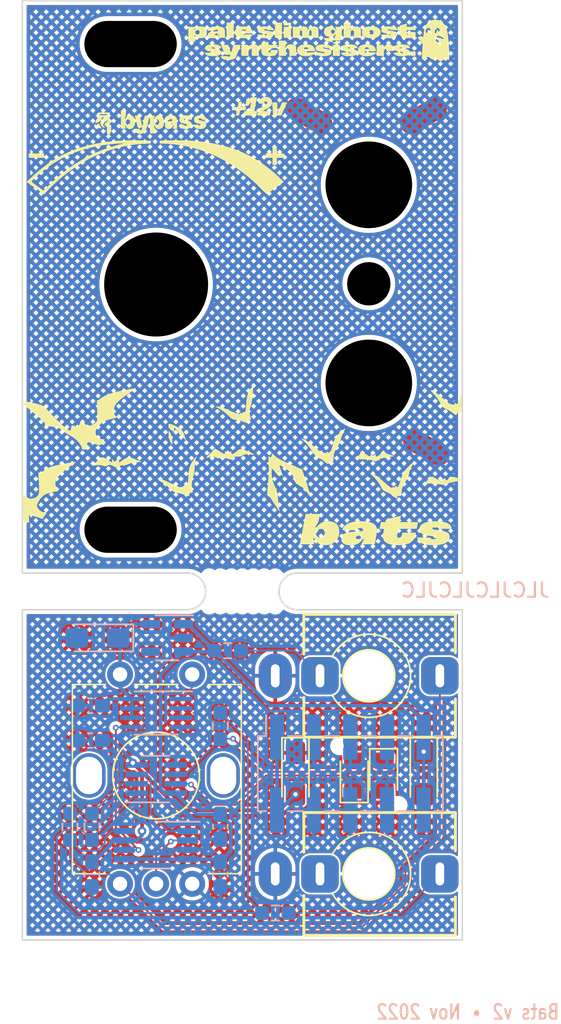
<source format=kicad_pcb>
(kicad_pcb (version 20211014) (generator pcbnew)
  (layers (0 "F.Cu" signal) (31 "B.Cu" signal) (34 "B.Paste" user) (35 "F.Paste" user) (36 "B.SilkS" user "B.Silkscreen") (37 "F.SilkS" user "F.Silkscreen") (38 "B.Mask" user) (39 "F.Mask" user) (44 "Edge.Cuts" user))
  (net 0 "")
  (net 1 "+12V")
  (net 2 "GND")
  (net 3 "+3.3V")
  (net 4 "-12V")
  (net 5 "Net-(J2-PadT)")
  (net 6 "Net-(J2-PadTN)")
  (net 7 "Net-(J3-PadT)")
  (net 9 "Net-(R1-Pad1)")
  (net 10 "Net-(R1-Pad2)")
  (net 11 "Net-(D1-Pad1)")
  (net 12 "Net-(RV1-Pad2)")
  (net 13 "Net-(RV1-PadS2)")
  (net 14 "Net-(U1-Pad3)")
  (net 15 "switch")
  (net 16 "Net-(U3-Pad2)")
  (net 18 "Net-(D1-Pad2)")
  (footprint "Pale Slim Ghost:hole 6mm (jack panel)" (layer "F.Cu") (at 142.876 44.83725)
    (fp_text reference "H4" hide)
    (fp_text value "MountingHole" hide)
    (pad "" np_thru_hole circle (at 0.126 0) (size 6 6) (drill 6) (layers *.Mask))
  )
  (footprint "Capacitor_Tantalum_SMD:CP_EIA-3216-18_Kemet-A_Pad1.58x1.35mm_HandSolder" (layer "F.Cu") (at 146.812 71.882 -90)
    (fp_text reference "C3" hide)
    (fp_text value "10u")
    (pad "1" smd roundrect (at -1.4375 0 270) (size 1.575 1.35) (layers "F.Cu" "F.Paste" "F.Mask") (roundrect_rratio 0.1851851852) (net 1 "+12V"))
    (pad "2" smd roundrect (at 1.4375 0 270) (size 1.575 1.35) (layers "F.Cu" "F.Paste" "F.Mask") (roundrect_rratio 0.1851851852) (net 2 "GND"))
  )
  (footprint "Capacitor_Tantalum_SMD:CP_EIA-3216-18_Kemet-A_Pad1.58x1.35mm_HandSolder" (layer "F.Cu") (at 137.922 71.882 -90)
    (fp_text reference "C7" hide)
    (fp_text value "10u")
    (pad "1" smd roundrect (at -1.4375 0 270) (size 1.575 1.35) (layers "F.Cu" "F.Paste" "F.Mask") (roundrect_rratio 0.1851851852) (net 2 "GND"))
    (pad "2" smd roundrect (at 1.4375 0 270) (size 1.575 1.35) (layers "F.Cu" "F.Paste" "F.Mask") (roundrect_rratio 0.1851851852) (net 4 "-12V"))
  )
  (footprint "Pale Slim Ghost:Jack_3.5mm_QingPu_WQP-PJ398SM_Vertical" (layer "F.Cu") (at 143.002 65.112 -90)
    (fp_text reference "J2" hide)
    (fp_text value "AudioJack2_SwitchT")
    (pad "" np_thru_hole circle (at 0 0 270) (size 3 3) (drill 3) (layers F&B.Cu *.Mask))
    (pad "S" thru_hole oval (at 0 6.48 270) (size 3.1 2.3) (drill oval 1.6 0.6) (layers *.Cu *.Mask) (net 2 "GND"))
    (pad "T" thru_hole roundrect (at 0 -4.92 270) (size 2.6 2.6) (drill oval 1.6 0.6) (layers *.Cu *.Mask) (net 5 "Net-(J2-PadT)"))
    (pad "TN" thru_hole roundrect (at 0 3.38 270) (size 2.6 2.6) (drill oval 1.6 0.6) (layers *.Cu *.Mask) (net 6 "Net-(J2-PadTN)"))
  )
  (footprint "Pale Slim Ghost:hole 6.5mm (potentiometer panel)" (layer "F.Cu") (at 128.778 37.97925)
    (fp_text reference "H5" hide)
    (fp_text value "MountingHole" hide)
    (pad "" np_thru_hole circle (at -0.508 0.04525) (size 7.2 7.2) (drill 7.2) (layers *.Mask))
  )
  (footprint "Pale Slim Ghost:mousebite-2.54x5.08mm" (layer "F.Cu") (at 134.24 59.27)
    (fp_text reference "B1" hide)
    (fp_text value "Mousebite" hide)
    (fp_arc (start -3.81 -1.27) (mid -2.54 0) (end -3.81 1.27) (layer "Edge.Cuts") (width 0.12))
    (fp_arc (start 3.81 1.27) (mid 2.54 0) (end 3.81 -1.27) (layer "Edge.Cuts") (width 0.12))
    (pad "" np_thru_hole circle locked (at 0.762 1.016) (size 0.508 0.508) (drill 0.508) (layers F&B.Cu *.Mask))
    (pad "" np_thru_hole circle locked (at -0.762 -1.016) (size 0.508 0.508) (drill 0.508) (layers F&B.Cu *.Mask))
    (pad "" np_thru_hole circle locked (at 0 1.016) (size 0.508 0.508) (drill 0.508) (layers F&B.Cu *.Mask))
    (pad "" np_thru_hole circle locked (at 1.524 1.016) (size 0.508 0.508) (drill 0.508) (layers F&B.Cu *.Mask))
    (pad "" np_thru_hole circle locked (at 2.286 1.016) (size 0.508 0.508) (drill 0.508) (layers F&B.Cu *.Mask))
    (pad "" np_thru_hole circle locked (at 0 -1.016) (size 0.508 0.508) (drill 0.508) (layers F&B.Cu *.Mask))
    (pad "" np_thru_hole circle locked (at -1.524 -1.016) (size 0.508 0.508) (drill 0.508) (layers F&B.Cu *.Mask))
    (pad "" np_thru_hole circle locked (at -1.524 1.016) (size 0.508 0.508) (drill 0.508) (layers F&B.Cu *.Mask))
    (pad "" np_thru_hole circle locked (at 0.762 -1.016) (size 0.508 0.508) (drill 0.508) (layers F&B.Cu *.Mask))
    (pad "" np_thru_hole circle locked (at 1.524 -1.016) (size 0.508 0.508) (drill 0.508) (layers F&B.Cu *.Mask))
    (pad "" np_thru_hole circle locked (at -2.286 1.016) (size 0.508 0.508) (drill 0.508) (layers F&B.Cu *.Mask))
    (pad "" np_thru_hole circle locked (at -2.286 -1.016) (size 0.508 0.508) (drill 0.508) (layers F&B.Cu *.Mask))
    (pad "" np_thru_hole circle locked (at 2.286 -1.016) (size 0.508 0.508) (drill 0.508) (layers F&B.Cu *.Mask))
    (pad "" np_thru_hole circle locked (at -0.762 1.016) (size 0.508 0.508) (drill 0.508) (layers F&B.Cu *.Mask))
  )
  (footprint "Pale Slim Ghost:PRS11R Momentary Switch Potentiometer" (layer "F.Cu") (at 128.27 72.01525)
    (fp_text reference "RV1" hide)
    (fp_text value "R_Potentiometer_PushSwitch")
    (pad "" thru_hole oval (at 4.65 0) (size 2.3 3.1) (drill oval 1.8 2.6) (layers *.Cu *.Mask))
    (pad "" thru_hole oval (at -4.65 0) (size 2.3 3.1) (drill oval 1.8 2.6) (layers *.Cu *.Mask))
    (pad "1" thru_hole circle (at -2.5 7.5) (size 1.8 1.8) (drill 1) (layers *.Cu *.Mask) (net 5 "Net-(J2-PadT)"))
    (pad "2" thru_hole circle (at 0 7.5) (size 1.8 1.8) (drill 1) (layers *.Cu *.Mask) (net 12 "Net-(RV1-Pad2)"))
    (pad "3" thru_hole circle (at 2.5 7.5) (size 1.8 1.8) (drill 1) (layers *.Cu *.Mask) (net 2 "GND"))
    (pad "S1" thru_hole circle (at -2.5 -7) (size 1.8 1.8) (drill 1) (layers *.Cu *.Mask) (net 3 "+3.3V"))
    (pad "S2" thru_hole circle (at 2.5 -7) (size 1.8 1.8) (drill 1) (layers *.Cu *.Mask) (net 13 "Net-(RV1-PadS2)"))
  )
  (footprint "LOGO" (layer "F.Cu") (at 134.200112 38.095)
    (fp_text reference "G2" hide)
    (fp_text value "LOGO" hide)
  )
  (footprint "Pale Slim Ghost:eurorack panel mounting slot" (layer "F.Cu") (at 126.5 55)
    (fp_text reference "H1" hide)
    (fp_text value "MountingHole" hide)
    (pad "" np_thru_hole oval (at 0 0) (size 6.4 3.2) (drill oval 6.4 3.2) (layers *.Mask))
  )
  (footprint "Pale Slim Ghost:VBL Lightpipe" (layer "F.Cu") (at 143.002 72.017)
    (fp_text reference "L1" hide)
    (fp_text value "LED_Lightpipe")
    (pad "" np_thru_hole circle (at -2.04 -2.04) (size 0.61 0.61) (drill 0.61) (layers F&B.Cu *.Mask))
    (pad "" np_thru_hole circle (at 2.05 2.05) (size 0.61 0.61) (drill 0.61) (layers F&B.Cu *.Mask))
  )
  (footprint "LED_SMD:LED_0805_2012Metric_Pad1.15x1.40mm_HandSolder" (layer "F.Cu") (at 144.026 72.025 -90)
    (fp_text reference "D1" hide)
    (fp_text value "blue")
    (pad "1" smd roundrect (at -1.025 0 270) (size 1.15 1.4) (layers "F.Cu" "F.Paste" "F.Mask") (roundrect_rratio 0.2173913043) (net 11 "Net-(D1-Pad1)"))
    (pad "2" smd roundrect (at 1.025 0 270) (size 1.15 1.4) (layers "F.Cu" "F.Paste" "F.Mask") (roundrect_rratio 0.2173913043) (net 18 "Net-(D1-Pad2)"))
  )
  (footprint "Pale Slim Ghost:eurorack panel mounting slot" (layer "F.Cu") (at 126.5 21.376)
    (fp_text reference "H2" hide)
    (fp_text value "MountingHole" hide)
    (pad "" np_thru_hole oval (at 0 0) (size 6.4 3.2) (drill oval 6.4 3.2) (layers *.Mask))
  )
  (footprint "Pale Slim Ghost:hole 3mm (below jack)" (layer "F.Cu") (at 143.002 37.973)
    (fp_text reference "H6" hide)
    (fp_text value "MountingHole" hide)
    (pad "" np_thru_hole circle (at 0 0) (size 3 3) (drill 3) (layers *.Mask))
  )
  (footprint "Pale Slim Ghost:Jack_3.5mm_QingPu_WQP-PJ398SM_Vertical" (layer "F.Cu") (at 143.002 78.828 -90)
    (fp_text reference "J3" hide)
    (fp_text value "AudioJack2_SwitchT")
    (pad "" np_thru_hole circle (at 0 0 270) (size 3 3) (drill 3) (layers F&B.Cu *.Mask))
    (pad "S" thru_hole oval (at 0 6.48 270) (size 3.1 2.3) (drill oval 1.6 0.6) (layers *.Cu *.Mask) (net 2 "GND"))
    (pad "T" thru_hole roundrect (at 0 -4.92 270) (size 2.6 2.6) (drill oval 1.6 0.6) (layers *.Cu *.Mask) (net 7 "Net-(J3-PadT)"))
    (pad "TN" thru_hole roundrect (at 0 3.38 270) (size 2.6 2.6) (drill oval 1.6 0.6) (layers *.Cu *.Mask))
  )
  (footprint "Pale Slim Ghost:hole 6mm (jack panel)" (layer "F.Cu") (at 142.876 31.12125)
    (fp_text reference "H3" hide)
    (fp_text value "MountingHole" hide)
    (pad "" np_thru_hole circle (at 0.126 0) (size 6 6) (drill 6) (layers *.Mask))
  )
  (footprint "LED_SMD:LED_0805_2012Metric_Pad1.15x1.40mm_HandSolder" (layer "F.Cu") (at 141.994 72.025 90)
    (fp_text reference "D2" hide)
    (fp_text value "red")
    (pad "1" smd roundrect (at -1.025 0 90) (size 1.15 1.4) (layers "F.Cu" "F.Paste" "F.Mask") (roundrect_rratio 0.2173913043) (net 18 "Net-(D1-Pad2)"))
    (pad "2" smd roundrect (at 1.025 0 90) (size 1.15 1.4) (layers "F.Cu" "F.Paste" "F.Mask") (roundrect_rratio 0.2173913043) (net 11 "Net-(D1-Pad1)"))
  )
  (footprint "LOGO" (layer "F.Cu") (at 134.239 38.1)
    (fp_text reference "G1" hide)
    (fp_text value "LOGO" hide)
    (pad "" smd oval (at 4.6 -11.75 330) (size 3.5 1.524) (layers "F.Cu"))
    (pad "" smd oval (at 12.55 -11.75 30) (size 3.5 1.524) (layers "F.Cu"))
    (pad "" smd oval (at 12.75 11.2 150) (size 3.5 1.524) (layers "F.Cu"))
  )
  (footprint "Capacitor_Tantalum_SMD:CP_EIA-3216-18_Kemet-A_Pad1.58x1.35mm_HandSolder" (layer "B.Cu") (at 124.206 62.484 180)
    (fp_text reference "C8" hide)
    (fp_text value "1u tant")
    (pad "1" smd roundrect (at -1.4375 0 180) (size 1.575 1.35) (layers "B.Cu" "B.Paste" "B.Mask") (roundrect_rratio 0.1851851852) (net 3 "+3.3V"))
    (pad "2" smd roundrect (at 1.4375 0 180) (size 1.575 1.35) (layers "B.Cu" "B.Paste" "B.Mask") (roundrect_rratio 0.1851851852) (net 2 "GND"))
  )
  (footprint "Capacitor_SMD:C_0603_1608Metric_Pad1.08x0.95mm_HandSolder" (layer "B.Cu") (at 123.698 67.183 180)
    (fp_text reference "C4" hide)
    (fp_text value "100n")
    (pad "1" smd roundrect (at -0.8625 0 180) (size 1.075 0.95) (layers "B.Cu" "B.Paste" "B.Mask") (net 3 "+3.3V"))
    (pad "2" smd roundrect (at 0.8625 0 180) (size 1.075 0.95) (layers "B.Cu" "B.Paste" "B.Mask") (net 2 "GND"))
  )
  (footprint "Package_SO:VSSOP-8_3.0x3.0mm_P0.65mm" (layer "B.Cu") (at 128.27 76.835 180)
    (fp_text reference "U2" hide)
    (fp_text value "TMUX6219")
    (pad "1" smd rect (at -2.2 0.975 270) (size 0.45 1.45) (layers "B.Cu" "B.Paste" "B.Mask") (net 14 "Net-(U1-Pad3)"))
    (pad "2" smd rect (at -2.2 0.325 270) (size 0.45 1.45) (layers "B.Cu" "B.Paste" "B.Mask") (net 12 "Net-(RV1-Pad2)"))
    (pad "3" smd rect (at -2.2 -0.325 270) (size 0.45 1.45) (layers "B.Cu" "B.Paste" "B.Mask") (net 2 "GND"))
    (pad "4" smd rect (at -2.2 -0.975 270) (size 0.45 1.45) (layers "B.Cu" "B.Paste" "B.Mask") (net 1 "+12V"))
    (pad "5" smd rect (at 2.2 -0.975 270) (size 0.45 1.45) (layers "B.Cu" "B.Paste" "B.Mask") (net 1 "+12V"))
    (pad "6" smd rect (at 2.2 -0.325 270) (size 0.45 1.45) (layers "B.Cu" "B.Paste" "B.Mask") (net 15 "switch"))
    (pad "7" smd rect (at 2.2 0.325 270) (size 0.45 1.45) (layers "B.Cu" "B.Paste" "B.Mask") (net 4 "-12V"))
    (pad "8" smd rect (at 2.2 0.975 270) (size 0.45 1.45) (layers "B.Cu" "B.Paste" "B.Mask") (net 5 "Net-(J2-PadT)"))
  )
  (footprint "Capacitor_SMD:C_0603_1608Metric_Pad1.08x0.95mm_HandSolder" (layer "B.Cu") (at 123.825 78.867 90)
    (fp_text reference "C5" hide)
    (fp_text value "100n")
    (pad "1" smd roundrect (at -0.8625 0 90) (size 1.075 0.95) (layers "B.Cu" "B.Paste" "B.Mask") (net 2 "GND"))
    (pad "2" smd roundrect (at 0.8625 0 90) (size 1.075 0.95) (layers "B.Cu" "B.Paste" "B.Mask") (net 4 "-12V"))
  )
  (footprint "Connector_PinHeader_2.54mm:PinHeader_2x05_P2.54mm_Vertical_SMD" (layer "B.Cu") (at 141.724 71.882 -90)
    (fp_text reference "J1" hide)
    (fp_text value "Conn_02x05_Odd_Even")
    (pad "1" smd rect (at -2.525 5.08 270) (size 3.15 1) (layers "B.Cu" "B.Paste" "B.Mask") (net 4 "-12V"))
    (pad "2" smd rect (at 2.525 5.08 270) (size 3.15 1) (layers "B.Cu" "B.Paste" "B.Mask") (net 4 "-12V"))
    (pad "3" smd rect (at -2.525 2.54 270) (size 3.15 1) (layers "B.Cu" "B.Paste" "B.Mask") (net 2 "GND"))
    (pad "4" smd rect (at 2.525 2.54 270) (size 3.15 1) (layers "B.Cu" "B.Paste" "B.Mask") (net 2 "GND"))
    (pad "5" smd rect (at -2.525 0 270) (size 3.15 1) (layers "B.Cu" "B.Paste" "B.Mask") (net 2 "GND"))
    (pad "6" smd rect (at 2.525 0 270) (size 3.15 1) (layers "B.Cu" "B.Paste" "B.Mask") (net 2 "GND"))
    (pad "7" smd rect (at -2.525 -2.54 270) (size 3.15 1) (layers "B.Cu" "B.Paste" "B.Mask") (net 2 "GND"))
    (pad "8" smd rect (at 2.525 -2.54 270) (size 3.15 1) (layers "B.Cu" "B.Paste" "B.Mask") (net 2 "GND"))
    (pad "9" smd rect (at -2.525 -5.08 270) (size 3.15 1) (layers "B.Cu" "B.Paste" "B.Mask") (net 1 "+12V"))
    (pad "10" smd rect (at 2.525 -5.08 270) (size 3.15 1) (layers "B.Cu" "B.Paste" "B.Mask") (net 1 "+12V"))
  )
  (footprint "Resistor_SMD:R_0603_1608Metric_Pad0.98x0.95mm_HandSolder" (layer "B.Cu") (at 132.715 68.58 90)
    (fp_text reference "R5" hide)
    (fp_text value "560")
    (pad "1" smd roundrect (at -0.9125 0 90) (size 0.975 0.95) (layers "B.Cu" "B.Paste" "B.Mask") (net 11 "Net-(D1-Pad1)"))
    (pad "2" smd roundrect (at 0.9125 0 90) (size 0.975 0.95) (layers "B.Cu" "B.Paste" "B.Mask") (net 10 "Net-(R1-Pad2)"))
  )
  (footprint "Package_TO_SOT_SMD:SOT-23-5" (layer "B.Cu") (at 129.032 62.484 180)
    (fp_text reference "U4" hide)
    (fp_text value "MIC5219-3.3YM5")
    (pad "1" smd roundrect (at -1.1375 0.95 180) (size 1.325 0.6) (layers "B.Cu" "B.Paste" "B.Mask") (net 1 "+12V"))
    (pad "2" smd roundrect (at -1.1375 0 180) (size 1.325 0.6) (layers "B.Cu" "B.Paste" "B.Mask") (net 2 "GND"))
    (pad "3" smd roundrect (at -1.1375 -0.95 180) (size 1.325 0.6) (layers "B.Cu" "B.Paste" "B.Mask") (net 1 "+12V"))
    (pad "4" smd roundrect (at 1.1375 -0.95 180) (size 1.325 0.6) (layers "B.Cu" "B.Paste" "B.Mask"))
    (pad "5" smd roundrect (at 1.1375 0.95 180) (size 1.325 0.6) (layers "B.Cu" "B.Paste" "B.Mask") (net 3 "+3.3V"))
  )
  (footprint "Resistor_SMD:R_0603_1608Metric_Pad0.98x0.95mm_HandSolder" (layer "B.Cu") (at 122.301 75.565 90)
    (fp_text reference "R2" hide)
    (fp_text value "20k")
    (pad "1" smd roundrect (at -0.9125 0 90) (size 0.975 0.95) (layers "B.Cu" "B.Paste" "B.Mask") (net 5 "Net-(J2-PadT)"))
    (pad "2" smd roundrect (at 0.9125 0 90) (size 0.975 0.95) (layers "B.Cu" "B.Paste" "B.Mask") (net 9 "Net-(R1-Pad1)"))
  )
  (footprint "Capacitor_SMD:C_0603_1608Metric_Pad1.08x0.95mm_HandSolder" (layer "B.Cu") (at 132.715 78.867 -90)
    (fp_text reference "C1" hide)
    (fp_text value "100n")
    (pad "1" smd roundrect (at -0.8625 0 270) (size 1.075 0.95) (layers "B.Cu" "B.Paste" "B.Mask") (net 1 "+12V"))
    (pad "2" smd roundrect (at 0.8625 0 270) (size 1.075 0.95) (layers "B.Cu" "B.Paste" "B.Mask") (net 2 "GND"))
  )
  (footprint "Resistor_SMD:R_0603_1608Metric_Pad0.98x0.95mm_HandSolder" (layer "B.Cu") (at 123.825 75.565 -90)
    (fp_text reference "R1" hide)
    (fp_text value "20k")
    (pad "1" smd roundrect (at -0.9125 0 270) (size 0.975 0.95) (layers "B.Cu" "B.Paste" "B.Mask") (net 9 "Net-(R1-Pad1)"))
    (pad "2" smd roundrect (at 0.9125 0 270) (size 0.975 0.95) (layers "B.Cu" "B.Paste" "B.Mask") (net 10 "Net-(R1-Pad2)"))
  )
  (footprint "Capacitor_SMD:C_0603_1608Metric_Pad1.08x0.95mm_HandSolder" (layer "B.Cu") (at 132.715 75.565 -90)
    (fp_text reference "C2" hide)
    (fp_text value "100n")
    (pad "1" smd roundrect (at -0.8625 0 270) (size 1.075 0.95) (layers "B.Cu" "B.Paste" "B.Mask") (net 1 "+12V"))
    (pad "2" smd roundrect (at 0.8625 0 270) (size 1.075 0.95) (layers "B.Cu" "B.Paste" "B.Mask") (net 2 "GND"))
  )
  (footprint "Resistor_SMD:R_0603_1608Metric_Pad0.98x0.95mm_HandSolder" (layer "B.Cu") (at 133.223 63.373)
    (fp_text reference "R4" hide)
    (fp_text value "10k")
    (pad "1" smd roundrect (at -0.9125 0) (size 0.975 0.95) (layers "B.Cu" "B.Paste" "B.Mask") (net 1 "+12V"))
    (pad "2" smd roundrect (at 0.9125 0) (size 0.975 0.95) (layers "B.Cu" "B.Paste" "B.Mask") (net 6 "Net-(J2-PadTN)"))
  )
  (footprint "Package_SO:SSOP-8_2.95x2.8mm_P0.65mm" (layer "B.Cu") (at 128.27 67.691 180)
    (fp_text reference "U3" hide)
    (fp_text value "74LVC1G74")
    (pad "1" smd rect (at -1.7 0.975 270) (size 0.3 1.6) (layers "B.Cu" "B.Paste" "B.Mask") (net 13 "Net-(RV1-PadS2)"))
    (pad "2" smd rect (at -1.7 0.325 270) (size 0.3 1.6) (layers "B.Cu" "B.Paste" "B.Mask") (net 16 "Net-(U3-Pad2)"))
    (pad "3" smd rect (at -1.7 -0.325 270) (size 0.3 1.6) (layers "B.Cu" "B.Paste" "B.Mask") (net 16 "Net-(U3-Pad2)"))
    (pad "4" smd rect (at -1.7 -0.975 270) (size 0.3 1.6) (layers "B.Cu" "B.Paste" "B.Mask") (net 2 "GND"))
    (pad "5" smd rect (at 1.7 -0.975 270) (size 0.3 1.6) (layers "B.Cu" "B.Paste" "B.Mask") (net 15 "switch"))
    (pad "6" smd rect (at 1.7 -0.325 270) (size 0.3 1.6) (layers "B.Cu" "B.Paste" "B.Mask") (net 3 "+3.3V"))
    (pad "7" smd rect (at 1.7 0.325 270) (size 0.3 1.6) (layers "B.Cu" "B.Paste" "B.Mask") (net 3 "+3.3V"))
    (pad "8" smd rect (at 1.7 0.975 270) (size 0.3 1.6) (layers "B.Cu" "B.Paste" "B.Mask") (net 3 "+3.3V"))
  )
  (footprint "Package_TO_SOT_SMD:SOT-23-8_Handsoldering" (layer "B.Cu") (at 128.27 72.263)
    (fp_text reference "U1" hide)
    (fp_text value "TL072")
    (pad "1" smd rect (at -1.35 0.98) (size 1.56 0.4) (layers "B.Cu" "B.Paste" "B.Mask") (net 10 "Net-(R1-Pad2)"))
    (pad "2" smd rect (at -1.35 0.33) (size 1.56 0.4) (layers "B.Cu" "B.Paste" "B.Mask") (net 9 "Net-(R1-Pad1)"))
    (pad "3" smd rect (at -1.35 -0.33) (size 1.56 0.4) (layers "B.Cu" "B.Paste" "B.Mask") (net 14 "Net-(U1-Pad3)"))
    (pad "4" smd rect (at -1.35 -0.98) (size 1.56 0.4) (layers "B.Cu" "B.Paste" "B.Mask") (net 4 "-12V"))
    (pad "5" smd rect (at 1.35 -0.98) (size 1.56 0.4) (layers "B.Cu" "B.Paste" "B.Mask") (net 2 "GND"))
    (pad "6" smd rect (at 1.35 -0.33) (size 1.56 0.4) (layers "B.Cu" "B.Paste" "B.Mask") (net 11 "Net-(D1-Pad1)"))
    (pad "7" smd rect (at 1.35 0.33) (size 1.56 0.4) (layers "B.Cu" "B.Paste" "B.Mask") (net 18 "Net-(D1-Pad2)"))
    (pad "8" smd rect (at 1.35 0.98) (size 1.56 0.4) (layers "B.Cu" "B.Paste" "B.Mask") (net 1 "+12V"))
  )
  (footprint "Capacitor_SMD:C_0603_1608Metric_Pad1.08x0.95mm_HandSolder" (layer "B.Cu") (at 123.698 69.596)
    (fp_text reference "C6" hide)
    (fp_text value "100n")
    (pad "1" smd roundrect (at -0.8625 0) (size 1.075 0.95) (layers "B.Cu" "B.Paste" "B.Mask") (net 2 "GND"))
    (pad "2" smd roundrect (at 0.8625 0) (size 1.075 0.95) (layers "B.Cu" "B.Paste" "B.Mask") (net 4 "-12V"))
  )
  (footprint "Resistor_SMD:R_0603_1608Metric_Pad0.98x0.95mm_HandSolder" (layer "B.Cu") (at 136.525 81.534)
    (fp_text reference "R3" hide)
    (fp_text value "1k")
    (pad "1" smd roundrect (at -0.9125 0) (size 0.975 0.95) (layers "B.Cu" "B.Paste" "B.Mask") (net 10 "Net-(R1-Pad2)"))
    (pad "2" smd roundrect (at 0.9125 0) (size 0.975 0.95) (layers "B.Cu" "B.Paste" "B.Mask") (net 7 "Net-(J3-PadT)"))
  )
  (gr_line (start 149.48 18.376) (end 149.48 58) (layer "Edge.Cuts") (width 0.1))
  (gr_line (start 149.48 58) (end 138.05 58) (layer "Edge.Cuts") (width 0.1))
  (gr_line (start 130.43 58) (end 119 58) (layer "Edge.Cuts") (width 0.1))
  (gr_line (start 119 60.54) (end 130.43 60.54) (layer "Edge.Cuts") (width 0.1))
  (gr_line (start 119 58) (end 119 18.376) (layer "Edge.Cuts") (width 0.1))
  (gr_line (start 149.48 83.4) (end 119 83.4) (layer "Edge.Cuts") (width 0.1))
  (gr_line (start 149.48 60.54) (end 149.48 83.4) (layer "Edge.Cuts") (width 0.1))
  (gr_line (start 119 18.376) (end 149.48 18.376) (layer "Edge.Cuts") (width 0.1))
  (gr_line (start 119 83.4) (end 119 60.54) (layer "Edge.Cuts") (width 0.1))
  (gr_line (start 149.48 60.54) (end 138.05 60.54) (layer "Edge.Cuts") (width 0.1))
  (gr_text "Bats v2 • Nov 2022" (at 149.86 88.392) (layer "B.SilkS") (effects (font (size 1 0.8)) (justify mirror)))
  (gr_text "JLCJLCJLCJLC" (at 150.368 59.182) (layer "B.SilkS") (effects (font (size 1 1)) (justify mirror)))
  (via (at 146.804 70.366) (size 0.6) (drill 0.3) (layers "F.Cu" "B.Cu") (net 1))
  (segment (start 133.444 77.2755) (end 133.444 75.4315) (width 0.254) (layer "B.Cu") (net 1))
  (segment (start 126.07 77.81) (end 130.47 77.81) (width 0.254) (layer "B.Cu") (net 1))
  (segment (start 129.62 73.243) (end 131.0795 74.7025) (width 0.254) (layer "B.Cu") (net 1))
  (segment (start 130.1695 61.534) (end 130.4715 61.534) (width 0.254) (layer "B.Cu") (net 1))
  (segment (start 136.144 67.183) (end 145.705 67.183) (width 0.254) (layer "B.Cu") (net 1))
  (segment (start 128.586 72.96) (end 128.586 65.0175) (width 0.254) (layer "B.Cu") (net 1))
  (segment (start 132.3105 63.373) (end 132.334 63.373) (width 0.254) (layer "B.Cu") (net 1))
  (segment (start 129.62 73.243) (end 128.869 73.243) (width 0.254) (layer "B.Cu") (net 1))
  (segment (start 130.1695 63.434) (end 132.2495 63.434) (width 0.254) (layer "B.Cu") (net 1))
  (segment (start 133.444 75.4315) (end 132.715 74.7025) (width 0.254) (layer "B.Cu") (net 1))
  (segment (start 131.0795 74.7025) (end 132.715 74.7025) (width 0.254) (layer "B.Cu") (net 1))
  (segment (start 132.334 63.373) (end 136.144 67.183) (width 0.254) (layer "B.Cu") (net 1))
  (segment (start 145.705 67.183) (end 146.804 68.282) (width 0.254) (layer "B.Cu") (net 1))
  (segment (start 132.715 78.0045) (end 133.444 77.2755) (width 0.254) (layer "B.Cu") (net 1))
  (segment (start 130.47 77.81) (end 132.5205 77.81) (width 0.254) (layer "B.Cu") (net 1))
  (segment (start 132.5205 77.81) (end 132.715 78.0045) (width 0.254) (layer "B.Cu") (net 1))
  (segment (start 130.4715 61.534) (end 132.3105 63.373) (width 0.254) (layer "B.Cu") (net 1))
  (segment (start 146.804 74.407) (end 146.804 70.366) (width 0.254) (layer "B.Cu") (net 1))
  (segment (start 128.869 73.243) (end 128.586 72.96) (width 0.254) (layer "B.Cu") (net 1))
  (segment (start 128.586 65.0175) (end 130.1695 63.434) (width 0.254) (layer "B.Cu") (net 1))
  (segment (start 146.804 68.282) (end 146.804 69.357) (width 0.254) (layer "B.Cu") (net 1))
  (segment (start 146.804 69.357) (end 146.804 70.366) (width 0.254) (layer "B.Cu") (net 1))
  (segment (start 132.2495 63.434) (end 132.3105 63.373) (width 0.254) (layer "B.Cu") (net 1))
  (segment (start 125.77 65.01525) (end 125.77 65.916) (width 0.254) (layer "B.Cu") (net 3))
  (segment (start 125.6435 62.484) (end 125.77 62.6105) (width 0.254) (layer "B.Cu") (net 3))
  (segment (start 126.57 66.716) (end 126.57 67.366) (width 0.254) (layer "B.Cu") (net 3))
  (segment (start 125.77 62.6105) (end 125.77 65.01525) (width 0.254) (layer "B.Cu") (net 3))
  (segment (start 125.0275 66.716) (end 126.57 66.716) (width 0.254) (layer "B.Cu") (net 3))
  (segment (start 126.5935 61.534) (end 127.8945 61.534) (width 0.254) (layer "B.Cu") (net 3))
  (segment (start 125.6435 62.484) (end 126.5935 61.534) (width 0.254) (layer "B.Cu") (net 3))
  (segment (start 124.5605 67.183) (end 125.0275 66.716) (width 0.254) (layer "B.Cu") (net 3))
  (segment (start 125.77 65.916) (end 126.57 66.716) (width 0.254) (layer "B.Cu") (net 3))
  (segment (start 126.57 67.366) (end 126.57 68.016) (width 0.254) (layer "B.Cu") (net 3))
  (segment (start 136.8195 74.422) (end 129.934434 74.422) (width 0.254) (layer "F.Cu") (net 4))
  (segment (start 126.654934 71.1425) (end 127.29427 71.781836) (width 0.254) (layer "F.Cu") (net 4))
  (segment (start 137.922 73.3195) (end 136.8195 74.422) (width 0.254) (layer "F.Cu") (net 4))
  (segment (start 129.934434 74.422) (end 126.654934 71.1425) (width 0.254) (layer "F.Cu") (net 4))
  (segment (start 127.29427 71.781836) (end 127.29427 75.862285) (width 0.254) (layer "F.Cu") (net 4))
  (via (at 127.29427 75.862285) (size 0.6) (drill 0.3) (layers "F.Cu" "B.Cu") (net 4))
  (via (at 126.654934 71.1425) (size 0.6) (drill 0.3) (layers "F.Cu" "B.Cu") (net 4))
  (via (at 137.922 73.3195) (size 0.6) (drill 0.3) (layers "F.Cu" "B.Cu") (net 4))
  (segment (start 136.644 74.407) (end 136.644 69.357) (width 0.254) (layer "B.Cu") (net 4))
  (segment (start 125.091 76.681) (end 125.262 76.51) (width 0.254) (layer "B.Cu") (net 4))
  (segment (start 124.5605 69.596) (end 125.233 69.596) (width 0.254) (layer "B.Cu") (net 4))
  (segment (start 136.8345 74.407) (end 137.922 73.3195) (width 0.254) (layer "B.Cu") (net 4))
  (segment (start 126.944 76.51) (end 126.07 76.51) (width 0.254) (layer "B.Cu") (net 4))
  (segment (start 125.091 76.843) (end 125.091 76.681) (width 0.254) (layer "B.Cu") (net 4))
  (segment (start 136.644 74.407) (end 136.8345 74.407) (width 0.254) (layer "B.Cu") (net 4))
  (segment (start 127.29427 76.15973) (end 126.944 76.51) (width 0.254) (layer "B.Cu") (net 4))
  (segment (start 125.233 69.596) (end 126.92 71.283) (width 0.254) (layer "B.Cu") (net 4))
  (segment (start 123.9295 78.0045) (end 125.091 76.843) (width 0.254) (layer "B.Cu") (net 4))
  (segment (start 125.262 76.51) (end 126.07 76.51) (width 0.254) (layer "B.Cu") (net 4))
  (segment (start 127.29427 75.862285) (end 127.29427 76.15973) (width 0.254) (layer "B.Cu") (net 4))
  (segment (start 123.825 78.0045) (end 123.9295 78.0045) (width 0.254) (layer "B.Cu") (net 4))
  (segment (start 147.922 65.112) (end 147.922 76.233) (width 0.127) (layer "F.Cu") (net 5))
  (segment (start 145.542 79.502) (end 142.494 82.55) (width 0.127) (layer "F.Cu") (net 5))
  (segment (start 145.542 78.613) (end 145.542 79.502) (width 0.127) (layer "F.Cu") (net 5))
  (segment (start 128.80475 82.55) (end 125.77 79.51525) (width 0.127) (layer "F.Cu") (net 5))
  (segment (start 147.922 76.233) (end 145.542 78.613) (width 0.127) (layer "F.Cu") (net 5))
  (segment (start 142.494 82.55) (end 128.80475 82.55) (width 0.127) (layer "F.Cu") (net 5))
  (segment (start 122.301 76.4775) (end 122.301 77.724) (width 0.127) (layer "B.Cu") (net 5))
  (segment (start 124.714 76.327) (end 125.181 75.86) (width 0.127) (layer "B.Cu") (net 5))
  (segment (start 124.206 77.216) (end 124.714 76.708) (width 0.127) (layer "B.Cu") (net 5))
  (segment (start 125.12175 78.867) (end 125.77 79.51525) (width 0.127) (layer "B.Cu") (net 5))
  (segment (start 122.301 76.4775) (end 123.0395 77.216) (width 0.127) (layer "B.Cu") (net 5))
  (segment (start 122.301 77.724) (end 123.444 78.867) (width 0.127) (layer "B.Cu") (net 5))
  (segment (start 124.714 76.708) (end 124.714 76.327) (width 0.127) (layer "B.Cu") (net 5))
  (segment (start 123.444 78.867) (end 125.12175 78.867) (width 0.127) (layer "B.Cu") (net 5))
  (segment (start 125.181 75.86) (end 126.07 75.86) (width 0.127) (layer "B.Cu") (net 5))
  (segment (start 123.0395 77.216) (end 124.206 77.216) (width 0.127) (layer "B.Cu") (net 5))
  (segment (start 137.8815 63.3715) (end 139.622 65.112) (width 0.127) (layer "B.Cu") (net 6))
  (segment (start 134.137 63.3715) (end 137.8815 63.3715) (width 0.127) (layer "B.Cu") (net 6))
  (segment (start 134.1355 63.373) (end 134.137 63.3715) (width 0.127) (layer "B.Cu") (net 6))
  (segment (start 145.216 81.534) (end 147.922 78.828) (width 0.127) (layer "B.Cu") (net 7))
  (segment (start 137.4375 81.534) (end 145.216 81.534) (width 0.127) (layer "B.Cu") (net 7))
  (segment (start 122.301 74.6525) (end 123.825 74.6525) (width 0.127) (layer "B.Cu") (net 9))
  (segment (start 125.8845 72.593) (end 126.92 72.593) (width 0.127) (layer "B.Cu") (net 9))
  (segment (start 123.825 74.6525) (end 125.8845 72.593) (width 0.127) (layer "B.Cu") (net 9))
  (segment (start 121.886217 75.7995) (end 121.412 76.273717) (width 0.127) (layer "B.Cu") (net 10))
  (segment (start 121.412 80.01) (end 122.936 81.534) (width 0.127) (layer "B.Cu") (net 10))
  (segment (start 122.936 81.534) (end 135.6125 81.534) (width 0.127) (layer "B.Cu") (net 10))
  (segment (start 134.62 80.5415) (end 134.62 69.5725) (width 0.127) (layer "B.Cu") (net 10))
  (segment (start 123.825 76.4775) (end 123.825 76.338) (width 0.127) (layer "B.Cu") (net 10))
  (segment (start 123.825 76.4775) (end 123.147 75.7995) (width 0.127) (layer "B.Cu") (net 10))
  (segment (start 123.825 76.338) (end 126.92 73.243) (width 0.127) (layer "B.Cu") (net 10))
  (segment (start 135.6125 81.534) (end 134.62 80.5415) (width 0.127) (layer "B.Cu") (net 10))
  (segment (start 123.147 75.7995) (end 121.886217 75.7995) (width 0.127) (layer "B.Cu") (net 10))
  (segment (start 121.412 76.273717) (end 121.412 80.01) (width 0.127) (layer "B.Cu") (net 10))
  (segment (start 134.62 69.5725) (end 132.715 67.6675) (width 0.127) (layer "B.Cu") (net 10))
  (segment (start 141.994 71) (end 144.026 71) (width 0.127) (layer "F.Cu") (net 11))
  (segment (start 140.97 71.755) (end 135.89 71.755) (width 0.127) (layer "F.Cu") (net 11))
  (segment (start 141.725 71) (end 140.97 71.755) (width 0.127) (layer "F.Cu") (net 11))
  (segment (start 141.994 71) (end 141.725 71) (width 0.127) (layer "F.Cu") (net 11))
  (segment (start 135.89 71.755) (end 133.604 69.469) (width 0.127) (layer "F.Cu") (net 11))
  (via (at 133.604 69.469) (size 0.4) (drill 0.2) (layers "F.Cu" "B.Cu") (net 11))
  (segment (start 130.2745 71.933) (end 132.715 69.4925) (width 0.127) (layer "B.Cu") (net 11))
  (segment (start 132.7385 69.469) (end 132.715 69.4925) (width 0.127) (layer "B.Cu") (net 11))
  (segment (start 129.62 71.933) (end 130.2745 71.933) (width 0.127) (layer "B.Cu") (net 11))
  (segment (start 133.604 69.469) (end 132.7385 69.469) (width 0.127) (layer "B.Cu") (net 11))
  (segment (start 128.27 77.597) (end 129.286 76.581) (width 0.127) (layer "F.Cu") (net 12))
  (segment (start 128.27 79.51525) (end 128.27 77.597) (width 0.127) (layer "F.Cu") (net 12))
  (via (at 129.286 76.581) (size 0.4) (drill 0.2) (layers "F.Cu" "B.Cu") (net 12))
  (segment (start 129.357 76.51) (end 130.47 76.51) (width 0.127) (layer "B.Cu") (net 12))
  (segment (start 129.286 76.581) (end 129.357 76.51) (width 0.127) (layer "B.Cu") (net 12))
  (segment (start 130.77 65.916) (end 130.77 65.01525) (width 0.127) (layer "B.Cu") (net 13))
  (segment (start 129.97 66.716) (end 130.77 65.916) (width 0.127) (layer "B.Cu") (net 13))
  (segment (start 126.92 71.933) (end 127.621 71.933) (width 0.127) (layer "B.Cu") (net 14))
  (segment (start 127.8905 72.2025) (end 127.8905 74.6775) (width 0.127) (layer "B.Cu") (net 14))
  (segment (start 127.621 71.933) (end 127.8905 72.2025) (width 0.127) (layer "B.Cu") (net 14))
  (segment (start 127.8905 74.6775) (end 129.073 75.86) (width 0.127) (layer "B.Cu") (net 14))
  (segment (start 129.073 75.86) (end 130.47 75.86) (width 0.127) (layer "B.Cu") (net 14))
  (segment (start 125.476 75.599851) (end 127.05014 77.173991) (width 0.127) (layer "F.Cu") (net 15))
  (segment (start 125.476 68.707) (end 125.476 75.599851) (width 0.127) (layer "F.Cu") (net 15))
  (via (at 127.05014 77.173991) (size 0.4) (drill 0.2) (layers "F.Cu" "B.Cu") (net 15))
  (via (at 125.476 68.707) (size 0.4) (drill 0.2) (layers "F.Cu" "B.Cu") (net 15))
  (segment (start 126.57 68.666) (end 125.517 68.666) (width 0.127) (layer "B.Cu") (net 15))
  (segment (start 125.517 68.666) (end 125.476 68.707) (width 0.127) (layer "B.Cu") (net 15))
  (segment (start 127.05014 77.173991) (end 126.083991 77.173991) (width 0.127) (layer "B.Cu") (net 15))
  (segment (start 126.083991 77.173991) (end 126.07 77.16) (width 0.127) (layer "B.Cu") (net 15))
  (segment (start 129.97 67.366) (end 129.97 68.016) (width 0.127) (layer "B.Cu") (net 16))
  (segment (start 141.994 73.05) (end 144.026 73.05) (width 0.127) (layer "F.Cu") (net 18))
  (segment (start 141.025 72.009) (end 135.89 72.009) (width 0.127) (layer "F.Cu") (net 18))
  (segment (start 132.08 74.041) (end 130.683 72.644) (width 0.127) (layer "F.Cu") (net 18))
  (segment (start 135.89 72.009) (end 133.858 74.041) (width 0.127) (layer "F.Cu") (net 18))
  (segment (start 141.994 73.05) (end 141.994 72.978) (width 0.127) (layer "F.Cu") (net 18))
  (segment (start 141.994 72.978) (end 141.025 72.009) (width 0.127) (layer "F.Cu") (net 18))
  (segment (start 133.858 74.041) (end 132.08 74.041) (width 0.127) (layer "F.Cu") (net 18))
  (via (at 130.683 72.644) (size 0.4) (drill 0.2) (layers "F.Cu" "B.Cu") (net 18))
  (segment (start 130.683 72.644) (end 130.632 72.593) (width 0.127) (layer "B.Cu") (net 18))
  (segment (start 130.632 72.593) (end 129.62 72.593) (width 0.127) (layer "B.Cu") (net 18))
  (zone (net 0) (net_name "") (layers F&B.Cu) (connect_pads (clearance 0.127)) (min_thickness 0.127) (fill yes (mode hatch) (thermal_gap 0.254) (thermal_bridge_width 0.254) (island_removal_mode 1) (island_area_min 0) (hatch_thickness 0.254) (hatch_gap 0.254) (hatch_orientation 45) (hatch_border_algorithm hatch_thickness) (hatch_min_hole_area 0.3))
    (polygon (pts (xy 149.48 58) (xy 119 58) (xy 119 18.376) (xy 149.48 18.376)))
  )
  (zone (net 2) (net_name "GND") (layers F&B.Cu) (connect_pads (clearance 0.127)) (min_thickness 0.127) (fill yes (mode hatch) (thermal_gap 0.254) (thermal_bridge_width 0.254) (island_removal_mode 1) (island_area_min 0) (hatch_thickness 0.254) (hatch_gap 0.254) (hatch_orientation 45) (hatch_border_algorithm hatch_thickness) (hatch_min_hole_area 0.3))
    (polygon (pts (xy 149.48 83.4) (xy 119 83.4) (xy 119 60.54) (xy 149.48 60.54)))
  )
)
</source>
